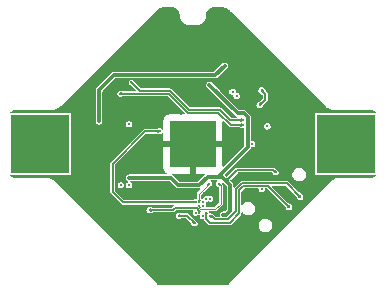
<source format=gbr>
%TF.GenerationSoftware,KiCad,Pcbnew,8.99.0-unknown-ce20689caf~181~ubuntu24.04.1*%
%TF.CreationDate,2024-12-05T10:04:36-05:00*%
%TF.ProjectId,nRF54L15_nPM2100_CR2032,6e524635-344c-4313-955f-6e504d323130,rev?*%
%TF.SameCoordinates,Original*%
%TF.FileFunction,Copper,L4,Bot*%
%TF.FilePolarity,Positive*%
%FSLAX46Y46*%
G04 Gerber Fmt 4.6, Leading zero omitted, Abs format (unit mm)*
G04 Created by KiCad (PCBNEW 8.99.0-unknown-ce20689caf~181~ubuntu24.04.1) date 2024-12-05 10:04:36*
%MOMM*%
%LPD*%
G01*
G04 APERTURE LIST*
%TA.AperFunction,SMDPad,CuDef*%
%ADD10R,5.000000X5.000000*%
%TD*%
%TA.AperFunction,SMDPad,CuDef*%
%ADD11R,4.000000X4.000000*%
%TD*%
%TA.AperFunction,ViaPad*%
%ADD12C,0.300000*%
%TD*%
%TA.AperFunction,ViaPad*%
%ADD13C,0.250000*%
%TD*%
%TA.AperFunction,ViaPad*%
%ADD14C,0.600000*%
%TD*%
%TA.AperFunction,Conductor*%
%ADD15C,0.150000*%
%TD*%
%TA.AperFunction,Conductor*%
%ADD16C,0.300000*%
%TD*%
%TA.AperFunction,Conductor*%
%ADD17C,0.100000*%
%TD*%
G04 APERTURE END LIST*
D10*
%TO.P,BT1,1,+*%
%TO.N,Net-(BT1-+)*%
X202950000Y-55000000D03*
X177050000Y-55000000D03*
D11*
%TO.P,BT1,2,-*%
%TO.N,GND*%
X190000000Y-55000000D03*
%TD*%
D12*
%TO.N,GND*%
X189000000Y-65000000D03*
X189450000Y-66720000D03*
X189440000Y-57830000D03*
X181400000Y-54150000D03*
X180500000Y-58500000D03*
X187500000Y-65000000D03*
X192000000Y-46000000D03*
X182500000Y-60000000D03*
X193861558Y-50077782D03*
X194000000Y-65000000D03*
X188000000Y-44000000D03*
D13*
X192670000Y-58650000D03*
X193930000Y-61520000D03*
D12*
X188000000Y-46000000D03*
X200000000Y-57000000D03*
D13*
X194560000Y-61330000D03*
X186106274Y-48326274D03*
D12*
X199100000Y-51950000D03*
X190000000Y-46000000D03*
D13*
X183204505Y-50111243D03*
D12*
X181400000Y-57050000D03*
X189000000Y-52500000D03*
X192000000Y-44000000D03*
X193033726Y-49286274D03*
X186000000Y-46000000D03*
X188000000Y-48000000D03*
D13*
X189130000Y-59673800D03*
D12*
X196138442Y-49922218D03*
D13*
X190930315Y-59120315D03*
X188440000Y-61713800D03*
X188140000Y-62760000D03*
D12*
X200000000Y-53000000D03*
X185000000Y-56000000D03*
X198000000Y-57000000D03*
D13*
X189130000Y-61713800D03*
X194440000Y-59080000D03*
X188130000Y-59640000D03*
D12*
X192000000Y-63000000D03*
X181400000Y-56050000D03*
X185000000Y-62500000D03*
D13*
X188120000Y-62210000D03*
D12*
X192000000Y-65000000D03*
X189000000Y-63000000D03*
D13*
X195380000Y-59370000D03*
D12*
X180500000Y-51500000D03*
X194000000Y-64000000D03*
D13*
X190542199Y-61119005D03*
D12*
X190190000Y-65370000D03*
X196626274Y-49206274D03*
X183560000Y-53320000D03*
X192000000Y-66000000D03*
X200000000Y-55000000D03*
D13*
X189860000Y-58813800D03*
D14*
X190000000Y-55000000D03*
D13*
X192557697Y-60350000D03*
X192050000Y-59590000D03*
D12*
X190000000Y-48000000D03*
X186000000Y-55000000D03*
X194568665Y-50784889D03*
X189000000Y-64000000D03*
X192000000Y-64000000D03*
X186075000Y-52775000D03*
X196000000Y-53000000D03*
X189000000Y-66000000D03*
X181410000Y-53080000D03*
X192000000Y-48000000D03*
X194530198Y-49176645D03*
X194000000Y-63000000D03*
X195083726Y-47633726D03*
D13*
X187730000Y-61703800D03*
D12*
X190190000Y-63570000D03*
X190000000Y-50000000D03*
X199100000Y-55000000D03*
D13*
%TO.N,Net-(U1-DECA)*%
X190150000Y-61720000D03*
X188780000Y-61073800D03*
D12*
%TO.N,Net-(BT1-+)*%
X177050000Y-55100000D03*
%TO.N,/INT2*%
X195650000Y-51700000D03*
X195823355Y-50469802D03*
%TO.N,/VDD_LS*%
X182050000Y-53080000D03*
X192690000Y-48370000D03*
X184159099Y-49156649D03*
%TO.N,VDD*%
X190500000Y-58460000D03*
D13*
X197000000Y-57400000D03*
D12*
X184590000Y-57850000D03*
X192557697Y-60990000D03*
X191400000Y-50000000D03*
D13*
%TO.N,Net-(J1-SWDIO)*%
X191443000Y-61118200D03*
D12*
X199080000Y-59480000D03*
%TO.N,Net-(J1-SWCLK)*%
X198140000Y-60340000D03*
D13*
X191143000Y-60818200D03*
%TO.N,Net-(J1-~{RESET})*%
X195810000Y-58850000D03*
X190843000Y-61118200D03*
%TO.N,Net-(U1-P1.00)*%
X192192500Y-58363800D03*
X190542873Y-60219001D03*
%TO.N,Net-(U1-P1.01)*%
X190542197Y-59918200D03*
X191367500Y-58363800D03*
%TO.N,/SDA*%
X190843000Y-59918200D03*
D12*
X193700000Y-50940000D03*
X183890000Y-58490000D03*
D13*
%TO.N,/SCL*%
X190843675Y-60219003D03*
D12*
X184590000Y-58490000D03*
X193350000Y-50570000D03*
D13*
%TO.N,/UART_TX*%
X191142197Y-59618200D03*
D12*
X195000000Y-55000000D03*
%TO.N,/UART_RX*%
X196300000Y-53500000D03*
D13*
X191443000Y-59618200D03*
%TO.N,/LED*%
X190242289Y-60810800D03*
D12*
X184580000Y-53320000D03*
D13*
%TO.N,/PDM_DATA*%
X184795495Y-49793045D03*
D12*
X194200000Y-52970000D03*
D13*
%TO.N,/PDM_CLK*%
X183840901Y-50747639D03*
D12*
X194195000Y-53395000D03*
D13*
%TO.N,/BUTTON0*%
X190241394Y-59918200D03*
D12*
X187170000Y-53925000D03*
D13*
%TO.N,/LSW*%
X190543000Y-60818200D03*
D12*
X186340000Y-60590000D03*
%TD*%
D15*
%TO.N,Net-(U1-DECA)*%
X189503800Y-61073800D02*
X188780000Y-61073800D01*
X190150000Y-61720000D02*
X189503800Y-61073800D01*
%TO.N,/INT2*%
X196110000Y-51240000D02*
X195650000Y-51700000D01*
X196110000Y-50920000D02*
X196110000Y-51240000D01*
X195823355Y-50469802D02*
X196110000Y-50756447D01*
X196110000Y-50756447D02*
X196110000Y-50920000D01*
D16*
%TO.N,/VDD_LS*%
X182050000Y-53080000D02*
X182050000Y-50430000D01*
X192690000Y-48370000D02*
X191903351Y-49156649D01*
X191903351Y-49156649D02*
X184159099Y-49156649D01*
X183323351Y-49156649D02*
X184159099Y-49156649D01*
X182050000Y-50430000D02*
X183323351Y-49156649D01*
D15*
%TO.N,VDD*%
X197000000Y-57400000D02*
X196810000Y-57210000D01*
D16*
X192665000Y-57995000D02*
X192805000Y-58135000D01*
X190550000Y-58460000D02*
X191240000Y-57770000D01*
X192980000Y-58310000D02*
X193140000Y-58470000D01*
X191240000Y-57770000D02*
X192100000Y-57770000D01*
D15*
X192975000Y-57965000D02*
X192975000Y-58305000D01*
D16*
X192400000Y-57770000D02*
X192440000Y-57770000D01*
X193140000Y-58470000D02*
X193140000Y-60680000D01*
X188140000Y-57850000D02*
X188750000Y-58460000D01*
X190500000Y-58460000D02*
X190550000Y-58460000D01*
X192100000Y-57770000D02*
X192130000Y-57770000D01*
X194620800Y-52714693D02*
X194620800Y-55279200D01*
X193140000Y-60680000D02*
X192830000Y-60990000D01*
X192100000Y-57770000D02*
X192400000Y-57770000D01*
X192130000Y-57770000D02*
X192400000Y-57500000D01*
X191400000Y-50000000D02*
X193810000Y-52410000D01*
X192830000Y-60990000D02*
X192557697Y-60990000D01*
D15*
X193730000Y-57210000D02*
X192975000Y-57965000D01*
X192975000Y-58305000D02*
X192980000Y-58310000D01*
X192945000Y-57995000D02*
X192665000Y-57995000D01*
D16*
X193810000Y-52410000D02*
X194316107Y-52410000D01*
D15*
X196810000Y-57210000D02*
X193730000Y-57210000D01*
X192975000Y-57965000D02*
X192805000Y-58135000D01*
D16*
X192400000Y-57500000D02*
X192400000Y-57770000D01*
X184590000Y-57850000D02*
X188140000Y-57850000D01*
X188750000Y-58460000D02*
X190500000Y-58460000D01*
X194620800Y-55279200D02*
X192400000Y-57500000D01*
D15*
X192975000Y-57965000D02*
X192945000Y-57995000D01*
D16*
X192805000Y-58135000D02*
X192980000Y-58310000D01*
X192440000Y-57770000D02*
X192665000Y-57995000D01*
X194316107Y-52410000D02*
X194620800Y-52714693D01*
D15*
%TO.N,Net-(J1-SWDIO)*%
X191850000Y-61390000D02*
X192970000Y-61390000D01*
X194160000Y-58330000D02*
X197930000Y-58330000D01*
X192970000Y-61390000D02*
X193670000Y-60690000D01*
X191590000Y-61130000D02*
X191850000Y-61390000D01*
X197930000Y-58330000D02*
X199080000Y-59480000D01*
X193670000Y-60690000D02*
X193670000Y-58820000D01*
X193670000Y-58820000D02*
X194160000Y-58330000D01*
X191443000Y-61118200D02*
X191454800Y-61130000D01*
X191454800Y-61130000D02*
X191590000Y-61130000D01*
%TO.N,Net-(J1-SWCLK)*%
X191143000Y-60818200D02*
X191130000Y-60831200D01*
X193900000Y-58920000D02*
X194260000Y-58560000D01*
X193900000Y-60870000D02*
X193900000Y-58920000D01*
X193120000Y-61650000D02*
X193900000Y-60870000D01*
X191130000Y-61360000D02*
X191420000Y-61650000D01*
X191420000Y-61650000D02*
X193120000Y-61650000D01*
X196360000Y-58560000D02*
X198140000Y-60340000D01*
X194260000Y-58560000D02*
X196360000Y-58560000D01*
X191130000Y-60831200D02*
X191130000Y-61360000D01*
D17*
%TO.N,Net-(U1-P1.00)*%
X190604064Y-60464031D02*
X190620032Y-60480000D01*
X190542873Y-60219001D02*
X190542873Y-60402841D01*
X192340000Y-60040000D02*
X192340000Y-58511300D01*
X190604063Y-60464031D02*
X190604064Y-60464031D01*
X192340000Y-58511300D02*
X192192500Y-58363800D01*
X191900000Y-60480000D02*
X192340000Y-60040000D01*
X190542873Y-60402841D02*
X190604063Y-60464031D01*
X190620032Y-60480000D02*
X191900000Y-60480000D01*
%TO.N,Net-(U1-P1.01)*%
X190542197Y-59918200D02*
X190530000Y-59906003D01*
X190530000Y-59201300D02*
X191367500Y-58363800D01*
X190530000Y-59906003D02*
X190530000Y-59201300D01*
D15*
%TO.N,/PDM_DATA*%
X192280000Y-52100000D02*
X189660000Y-52100000D01*
X194200000Y-52970000D02*
X193150000Y-52970000D01*
X189660000Y-52100000D02*
X188050000Y-50490000D01*
X193150000Y-52970000D02*
X192280000Y-52100000D01*
X188050000Y-50490000D02*
X185492450Y-50490000D01*
X185492450Y-50490000D02*
X184795495Y-49793045D01*
%TO.N,/PDM_CLK*%
X183840901Y-50747639D02*
X187947639Y-50747639D01*
X187947639Y-50747639D02*
X189550000Y-52350000D01*
X189550000Y-52350000D02*
X192150000Y-52350000D01*
X192150000Y-52350000D02*
X193195000Y-53395000D01*
X193195000Y-53395000D02*
X194195000Y-53395000D01*
%TO.N,/BUTTON0*%
X190241394Y-59918200D02*
X190228894Y-59918200D01*
X190217094Y-59930000D02*
X184090000Y-59930000D01*
X185935000Y-53925000D02*
X187170000Y-53925000D01*
X184090000Y-59930000D02*
X183190000Y-59030000D01*
X183190000Y-59030000D02*
X183190000Y-56670000D01*
X183190000Y-56670000D02*
X185935000Y-53925000D01*
X190228894Y-59918200D02*
X190217094Y-59930000D01*
%TO.N,/LSW*%
X190543000Y-60818200D02*
X190530831Y-60806031D01*
X190530831Y-60806031D02*
X190530831Y-60640831D01*
X190530831Y-60640831D02*
X190300000Y-60410000D01*
X188460000Y-60410000D02*
X188280000Y-60590000D01*
X190300000Y-60410000D02*
X188460000Y-60410000D01*
X188280000Y-60590000D02*
X186340000Y-60590000D01*
%TD*%
%TA.AperFunction,Conductor*%
%TO.N,GND*%
G36*
X192542424Y-58269884D02*
G01*
X192559486Y-58281931D01*
X192582944Y-58305389D01*
X192757942Y-58480387D01*
X192757944Y-58480389D01*
X192810055Y-58532500D01*
X192844487Y-58566931D01*
X192862500Y-58610418D01*
X192862500Y-60539581D01*
X192844487Y-60583068D01*
X192733068Y-60694487D01*
X192689581Y-60712500D01*
X192521161Y-60712500D01*
X192450590Y-60731409D01*
X192450585Y-60731411D01*
X192387309Y-60767943D01*
X192387304Y-60767947D01*
X192335644Y-60819607D01*
X192335640Y-60819612D01*
X192299108Y-60882888D01*
X192299106Y-60882893D01*
X192280197Y-60953463D01*
X192280197Y-61026536D01*
X192299106Y-61097106D01*
X192300651Y-61100835D01*
X192298867Y-61101573D01*
X192304177Y-61141920D01*
X192275521Y-61179262D01*
X192244773Y-61187500D01*
X191959353Y-61187500D01*
X191915866Y-61169487D01*
X191704705Y-60958327D01*
X191630278Y-60927498D01*
X191629397Y-60927323D01*
X191607803Y-60918518D01*
X191607502Y-60918322D01*
X191595339Y-60910252D01*
X191594764Y-60910014D01*
X191591900Y-60908146D01*
X191591260Y-60907211D01*
X191591065Y-60907505D01*
X191586032Y-60904141D01*
X191493225Y-60865700D01*
X191457000Y-60865700D01*
X191413513Y-60847687D01*
X191396458Y-60815014D01*
X191395500Y-60809650D01*
X191395500Y-60767975D01*
X191382411Y-60736375D01*
X191381239Y-60729814D01*
X191384962Y-60712841D01*
X191384962Y-60695466D01*
X191389845Y-60690582D01*
X191391325Y-60683837D01*
X191405959Y-60674468D01*
X191418245Y-60662182D01*
X191428262Y-60660189D01*
X191430967Y-60658458D01*
X191433819Y-60659083D01*
X191441781Y-60657500D01*
X191935306Y-60657500D01*
X191935307Y-60657500D01*
X191991171Y-60634360D01*
X192000546Y-60630477D01*
X192490477Y-60140546D01*
X192509053Y-60095699D01*
X192517500Y-60075307D01*
X192517500Y-58475993D01*
X192508169Y-58453466D01*
X192490478Y-58410755D01*
X192479157Y-58399434D01*
X192474839Y-58391303D01*
X192474556Y-58388352D01*
X192471201Y-58383040D01*
X192471147Y-58382889D01*
X192458046Y-58346001D01*
X192460465Y-58298993D01*
X192495416Y-58267465D01*
X192542424Y-58269884D01*
G37*
%TD.AperFunction*%
%TA.AperFunction,Conductor*%
G36*
X192046724Y-58065513D02*
G01*
X192064737Y-58109000D01*
X192046724Y-58152487D01*
X191978441Y-58220769D01*
X191940000Y-58313574D01*
X191940000Y-58414025D01*
X191978441Y-58506830D01*
X192049468Y-58577858D01*
X192049469Y-58577858D01*
X192049470Y-58577859D01*
X192058969Y-58581793D01*
X192064169Y-58584237D01*
X192068788Y-58586677D01*
X192076205Y-58592383D01*
X192129019Y-58618503D01*
X192129732Y-58618880D01*
X192144266Y-58636418D01*
X192159259Y-58653554D01*
X192159455Y-58654748D01*
X192159766Y-58655123D01*
X192159675Y-58656087D01*
X192162500Y-58673256D01*
X192162500Y-59941003D01*
X192144487Y-59984490D01*
X191844490Y-60284487D01*
X191801003Y-60302500D01*
X191157675Y-60302500D01*
X191114188Y-60284487D01*
X191096175Y-60241000D01*
X191096175Y-60168778D01*
X191064091Y-60091320D01*
X191064091Y-60044253D01*
X191095500Y-59968425D01*
X191095500Y-59932200D01*
X191113513Y-59888713D01*
X191157000Y-59870700D01*
X191192421Y-59870700D01*
X191192422Y-59870700D01*
X191269063Y-59838953D01*
X191316131Y-59838953D01*
X191316132Y-59838954D01*
X191392769Y-59870698D01*
X191392772Y-59870699D01*
X191392775Y-59870700D01*
X191392776Y-59870700D01*
X191493224Y-59870700D01*
X191493225Y-59870700D01*
X191586030Y-59832259D01*
X191657059Y-59761230D01*
X191695500Y-59668425D01*
X191695500Y-59567975D01*
X191657059Y-59475170D01*
X191586030Y-59404141D01*
X191493225Y-59365700D01*
X191392775Y-59365700D01*
X191392774Y-59365700D01*
X191316133Y-59397446D01*
X191269064Y-59397446D01*
X191192422Y-59365700D01*
X191091972Y-59365700D01*
X191091971Y-59365700D01*
X190999166Y-59404141D01*
X190928138Y-59475169D01*
X190889697Y-59567974D01*
X190889697Y-59604200D01*
X190881565Y-59623829D01*
X190875043Y-59644046D01*
X190872753Y-59645104D01*
X190871684Y-59647687D01*
X190833147Y-59665500D01*
X190830670Y-59665700D01*
X190792775Y-59665700D01*
X190783598Y-59669500D01*
X190773950Y-59670280D01*
X190760059Y-59665797D01*
X190745462Y-59665797D01*
X190738510Y-59658845D01*
X190729154Y-59655826D01*
X190722501Y-59642834D01*
X190712180Y-59632512D01*
X190708982Y-59616434D01*
X190707700Y-59613930D01*
X190708185Y-59612425D01*
X190707500Y-59608980D01*
X190707500Y-59300296D01*
X190725512Y-59256810D01*
X191285317Y-58697004D01*
X191300895Y-58685689D01*
X191485420Y-58591738D01*
X191491802Y-58588265D01*
X191492917Y-58587618D01*
X191492923Y-58587612D01*
X191494355Y-58586551D01*
X191507448Y-58579135D01*
X191510530Y-58577859D01*
X191581559Y-58506830D01*
X191620000Y-58414025D01*
X191620000Y-58313575D01*
X191581559Y-58220770D01*
X191513276Y-58152487D01*
X191495263Y-58109000D01*
X191513276Y-58065513D01*
X191556763Y-58047500D01*
X192003237Y-58047500D01*
X192046724Y-58065513D01*
G37*
%TD.AperFunction*%
%TA.AperFunction,Conductor*%
G36*
X192604987Y-53091365D02*
G01*
X193080294Y-53566672D01*
X193154714Y-53597498D01*
X193154717Y-53597499D01*
X193154720Y-53597500D01*
X193853649Y-53597500D01*
X193869638Y-53599615D01*
X194047491Y-53647500D01*
X194119289Y-53666831D01*
X194123200Y-53667820D01*
X194123884Y-53667982D01*
X194135707Y-53668234D01*
X194150313Y-53670316D01*
X194158462Y-53672499D01*
X194158465Y-53672500D01*
X194158466Y-53672500D01*
X194231535Y-53672500D01*
X194242958Y-53669439D01*
X194265882Y-53663296D01*
X194312549Y-53669439D01*
X194341204Y-53706781D01*
X194343300Y-53722700D01*
X194343300Y-55138781D01*
X194325287Y-55182268D01*
X192604987Y-56902568D01*
X192561500Y-56920581D01*
X192518013Y-56902568D01*
X192500000Y-56859081D01*
X192500000Y-55250000D01*
X190250000Y-55250000D01*
X190250000Y-57500000D01*
X190969081Y-57500000D01*
X191012568Y-57518013D01*
X191030581Y-57561500D01*
X191012568Y-57604987D01*
X190453068Y-58164487D01*
X190409581Y-58182500D01*
X188890418Y-58182500D01*
X188846931Y-58164487D01*
X188582738Y-57900294D01*
X188310389Y-57627944D01*
X188287553Y-57614759D01*
X188258900Y-57577418D01*
X188265043Y-57530750D01*
X188302386Y-57502096D01*
X188318304Y-57500000D01*
X189750000Y-57500000D01*
X189750000Y-55250000D01*
X187500000Y-55250000D01*
X187500000Y-57047825D01*
X187506403Y-57107380D01*
X187556646Y-57242086D01*
X187556648Y-57242091D01*
X187642811Y-57357188D01*
X187757908Y-57443351D01*
X187757913Y-57443353D01*
X187784789Y-57453378D01*
X187819239Y-57485452D01*
X187820919Y-57532492D01*
X187788845Y-57566942D01*
X187763297Y-57572500D01*
X184553464Y-57572500D01*
X184482893Y-57591409D01*
X184482888Y-57591411D01*
X184419612Y-57627943D01*
X184419607Y-57627947D01*
X184367947Y-57679607D01*
X184367943Y-57679612D01*
X184331411Y-57742888D01*
X184331409Y-57742893D01*
X184312500Y-57813463D01*
X184312500Y-57886536D01*
X184331409Y-57957106D01*
X184331411Y-57957111D01*
X184367944Y-58020389D01*
X184419611Y-58072056D01*
X184482889Y-58108589D01*
X184482893Y-58108590D01*
X184490378Y-58110596D01*
X184527721Y-58139251D01*
X184533864Y-58185918D01*
X184505209Y-58223261D01*
X184490378Y-58229404D01*
X184482893Y-58231409D01*
X184482888Y-58231411D01*
X184419612Y-58267943D01*
X184419607Y-58267947D01*
X184367947Y-58319607D01*
X184367943Y-58319612D01*
X184331411Y-58382888D01*
X184331409Y-58382893D01*
X184312500Y-58453463D01*
X184312500Y-58526536D01*
X184331409Y-58597106D01*
X184331411Y-58597111D01*
X184367944Y-58660389D01*
X184419611Y-58712056D01*
X184482889Y-58748589D01*
X184482893Y-58748590D01*
X184553464Y-58767500D01*
X184553466Y-58767500D01*
X184626535Y-58767500D01*
X184674457Y-58754659D01*
X184697111Y-58748589D01*
X184760389Y-58712056D01*
X184812056Y-58660389D01*
X184848589Y-58597111D01*
X184861075Y-58550513D01*
X184867500Y-58526536D01*
X184867500Y-58453463D01*
X184848590Y-58382893D01*
X184848589Y-58382889D01*
X184812056Y-58319611D01*
X184760389Y-58267944D01*
X184715902Y-58242259D01*
X184687249Y-58204918D01*
X184693392Y-58158250D01*
X184730735Y-58129596D01*
X184746653Y-58127500D01*
X187999581Y-58127500D01*
X188043068Y-58145513D01*
X188525791Y-58628235D01*
X188525796Y-58628241D01*
X188527944Y-58630389D01*
X188579611Y-58682056D01*
X188642889Y-58718589D01*
X188642893Y-58718590D01*
X188713464Y-58737500D01*
X188713466Y-58737500D01*
X190463466Y-58737500D01*
X190513462Y-58737500D01*
X190513466Y-58737501D01*
X190586534Y-58737501D01*
X190588498Y-58736974D01*
X190594458Y-58736935D01*
X190612980Y-58744463D01*
X190632299Y-58749637D01*
X190634320Y-58753137D01*
X190638064Y-58754659D01*
X190645838Y-58773080D01*
X190655840Y-58790398D01*
X190654794Y-58794301D01*
X190656366Y-58798025D01*
X190648837Y-58816547D01*
X190643664Y-58835866D01*
X190638671Y-58841559D01*
X190638642Y-58841631D01*
X190638588Y-58841653D01*
X190638354Y-58841921D01*
X190379522Y-59100754D01*
X190374841Y-59112056D01*
X190374841Y-59112058D01*
X190352500Y-59165989D01*
X190352500Y-59604200D01*
X190343947Y-59624846D01*
X190336265Y-59645834D01*
X190335030Y-59646376D01*
X190334487Y-59647687D01*
X190293568Y-59665646D01*
X190291679Y-59665724D01*
X190291619Y-59665700D01*
X190191169Y-59665700D01*
X190180463Y-59670134D01*
X190170979Y-59670739D01*
X190170851Y-59670772D01*
X190170848Y-59670773D01*
X190025368Y-59709487D01*
X189968413Y-59724643D01*
X189968411Y-59724643D01*
X189966460Y-59725163D01*
X189966359Y-59724785D01*
X189949849Y-59727500D01*
X184199352Y-59727500D01*
X184155865Y-59709487D01*
X183410513Y-58964135D01*
X183392500Y-58920648D01*
X183392500Y-58453463D01*
X183612500Y-58453463D01*
X183612500Y-58526536D01*
X183631409Y-58597106D01*
X183631411Y-58597111D01*
X183667944Y-58660389D01*
X183719611Y-58712056D01*
X183782889Y-58748589D01*
X183782893Y-58748590D01*
X183853464Y-58767500D01*
X183853466Y-58767500D01*
X183926535Y-58767500D01*
X183974457Y-58754659D01*
X183997111Y-58748589D01*
X184060389Y-58712056D01*
X184112056Y-58660389D01*
X184148589Y-58597111D01*
X184161075Y-58550513D01*
X184167500Y-58526536D01*
X184167500Y-58453463D01*
X184148590Y-58382893D01*
X184148589Y-58382889D01*
X184112056Y-58319611D01*
X184060389Y-58267944D01*
X183997111Y-58231411D01*
X183997106Y-58231409D01*
X183926536Y-58212500D01*
X183926534Y-58212500D01*
X183853466Y-58212500D01*
X183853464Y-58212500D01*
X183782893Y-58231409D01*
X183782888Y-58231411D01*
X183719612Y-58267943D01*
X183719607Y-58267947D01*
X183667947Y-58319607D01*
X183667943Y-58319612D01*
X183631411Y-58382888D01*
X183631409Y-58382893D01*
X183612500Y-58453463D01*
X183392500Y-58453463D01*
X183392500Y-56779352D01*
X183410513Y-56735865D01*
X186000865Y-54145513D01*
X186044352Y-54127500D01*
X186828649Y-54127500D01*
X186844638Y-54129615D01*
X187033825Y-54180551D01*
X187094289Y-54196831D01*
X187098200Y-54197820D01*
X187098884Y-54197982D01*
X187110707Y-54198234D01*
X187125313Y-54200316D01*
X187133462Y-54202499D01*
X187133465Y-54202500D01*
X187133466Y-54202500D01*
X187206535Y-54202500D01*
X187237651Y-54194162D01*
X187277111Y-54183589D01*
X187340389Y-54147056D01*
X187392056Y-54095389D01*
X187392056Y-54095388D01*
X187394906Y-54092539D01*
X187396770Y-54094403D01*
X187430356Y-54074928D01*
X187475845Y-54087023D01*
X187499458Y-54127742D01*
X187500000Y-54135886D01*
X187500000Y-54750000D01*
X192500000Y-54750000D01*
X192500000Y-53134852D01*
X192518013Y-53091365D01*
X192561500Y-53073352D01*
X192604987Y-53091365D01*
G37*
%TD.AperFunction*%
%TA.AperFunction,Conductor*%
G36*
X188253435Y-43420780D02*
G01*
X188381632Y-43435224D01*
X188395058Y-43438288D01*
X188421480Y-43447533D01*
X188513558Y-43479753D01*
X188525954Y-43485722D01*
X188632259Y-43552517D01*
X188643026Y-43561104D01*
X188731795Y-43649872D01*
X188740381Y-43660639D01*
X188807170Y-43766931D01*
X188813145Y-43779337D01*
X188815804Y-43786936D01*
X188854609Y-43897835D01*
X188857673Y-43911260D01*
X188872113Y-44039396D01*
X188872500Y-44046283D01*
X188872500Y-44136429D01*
X188906220Y-44305950D01*
X188906222Y-44305958D01*
X188972370Y-44465654D01*
X188972374Y-44465661D01*
X189068395Y-44609367D01*
X189068400Y-44609373D01*
X189190626Y-44731599D01*
X189190632Y-44731604D01*
X189334338Y-44827625D01*
X189334345Y-44827629D01*
X189334348Y-44827631D01*
X189494043Y-44893778D01*
X189663570Y-44927499D01*
X189663571Y-44927500D01*
X189663574Y-44927500D01*
X190336429Y-44927500D01*
X190336429Y-44927499D01*
X190505957Y-44893778D01*
X190665652Y-44827631D01*
X190809374Y-44731599D01*
X190931599Y-44609374D01*
X191027631Y-44465652D01*
X191093778Y-44305957D01*
X191127499Y-44136429D01*
X191127500Y-44136429D01*
X191127500Y-44046343D01*
X191127887Y-44039457D01*
X191129978Y-44020899D01*
X191142332Y-43911258D01*
X191145393Y-43897844D01*
X191186864Y-43779333D01*
X191192833Y-43766939D01*
X191259628Y-43660637D01*
X191268205Y-43649881D01*
X191356984Y-43561104D01*
X191367740Y-43552525D01*
X191474054Y-43485725D01*
X191486440Y-43479760D01*
X191604943Y-43438294D01*
X191618369Y-43435231D01*
X191746630Y-43420780D01*
X191753516Y-43420393D01*
X191779101Y-43420393D01*
X192435366Y-43420393D01*
X192435368Y-43420394D01*
X192462049Y-43420393D01*
X192466871Y-43420582D01*
X192596133Y-43430752D01*
X192605658Y-43432261D01*
X192729376Y-43461964D01*
X192738542Y-43464942D01*
X192856092Y-43513639D01*
X192864687Y-43518019D01*
X192973156Y-43584499D01*
X192980965Y-43590173D01*
X193079861Y-43674655D01*
X193083401Y-43677928D01*
X193085212Y-43679739D01*
X193101981Y-43696512D01*
X193101987Y-43696513D01*
X193107535Y-43702061D01*
X201224906Y-51819432D01*
X201225116Y-51819603D01*
X201265494Y-51859986D01*
X201371073Y-51936703D01*
X201409054Y-51964302D01*
X201409066Y-51964310D01*
X201409068Y-51964311D01*
X201409073Y-51964314D01*
X201567194Y-52044888D01*
X201567198Y-52044889D01*
X201735977Y-52099734D01*
X201911264Y-52127499D01*
X201962404Y-52127499D01*
X201962408Y-52127500D01*
X201974639Y-52127500D01*
X202000000Y-52127500D01*
X202029101Y-52127500D01*
X204970899Y-52127500D01*
X204996977Y-52127500D01*
X205003005Y-52127796D01*
X205164190Y-52143671D01*
X205176010Y-52146022D01*
X205328098Y-52192157D01*
X205339229Y-52196768D01*
X205428898Y-52244697D01*
X205451469Y-52256762D01*
X205481330Y-52293148D01*
X205476716Y-52339991D01*
X205440330Y-52369852D01*
X205422478Y-52372500D01*
X200437441Y-52372500D01*
X200400252Y-52379898D01*
X200358078Y-52408078D01*
X200329898Y-52450252D01*
X200326399Y-52467844D01*
X200322500Y-52487442D01*
X200322500Y-57512558D01*
X200329898Y-57549748D01*
X200358078Y-57591922D01*
X200400252Y-57620102D01*
X200431270Y-57626272D01*
X200437441Y-57627500D01*
X205422478Y-57627500D01*
X205465965Y-57645513D01*
X205483978Y-57689000D01*
X205465965Y-57732487D01*
X205451469Y-57743238D01*
X205339233Y-57803229D01*
X205328094Y-57807843D01*
X205176012Y-57853976D01*
X205164188Y-57856328D01*
X205003005Y-57872204D01*
X204996977Y-57872500D01*
X202383067Y-57872500D01*
X202382676Y-57872537D01*
X202325474Y-57872537D01*
X202150201Y-57900293D01*
X201981416Y-57955127D01*
X201981409Y-57955130D01*
X201823290Y-58035685D01*
X201679708Y-58139989D01*
X201679699Y-58139996D01*
X201638397Y-58181292D01*
X201634885Y-58184803D01*
X201634884Y-58184804D01*
X201620244Y-58199444D01*
X201616958Y-58202730D01*
X201598715Y-58220968D01*
X201592880Y-58226803D01*
X201592865Y-58226821D01*
X197372197Y-62447490D01*
X193223314Y-66596373D01*
X193223313Y-66596374D01*
X193221030Y-66598657D01*
X193220746Y-66598941D01*
X193220722Y-66598950D01*
X193139982Y-66679693D01*
X193035669Y-66823272D01*
X193035667Y-66823275D01*
X192988209Y-66916420D01*
X192952417Y-66946990D01*
X192933412Y-66950000D01*
X187066557Y-66950000D01*
X187023070Y-66931987D01*
X187011759Y-66916417D01*
X186964316Y-66823292D01*
X186955332Y-66810925D01*
X186860010Y-66679707D01*
X186838294Y-66657988D01*
X186821109Y-66640800D01*
X186821109Y-66640801D01*
X186815197Y-66634888D01*
X186815196Y-66634884D01*
X186794937Y-66614625D01*
X186794673Y-66614361D01*
X186772563Y-66592246D01*
X186772534Y-66592222D01*
X181203887Y-61023575D01*
X188527500Y-61023575D01*
X188527500Y-61124025D01*
X188565941Y-61216830D01*
X188636970Y-61287859D01*
X188729775Y-61326300D01*
X188729776Y-61326300D01*
X188830225Y-61326300D01*
X188836166Y-61325118D01*
X188836212Y-61325352D01*
X188840587Y-61324224D01*
X188840574Y-61324159D01*
X188842111Y-61323831D01*
X188843089Y-61323579D01*
X188843522Y-61323530D01*
X188843526Y-61323529D01*
X188843529Y-61323529D01*
X189045971Y-61280360D01*
X189046200Y-61280275D01*
X189046643Y-61280112D01*
X189047124Y-61280025D01*
X189048101Y-61279743D01*
X189048130Y-61279845D01*
X189067958Y-61276300D01*
X189394448Y-61276300D01*
X189437934Y-61294312D01*
X189642112Y-61498491D01*
X189803108Y-61659487D01*
X189813777Y-61675677D01*
X189814485Y-61675312D01*
X189815867Y-61677985D01*
X189815869Y-61677990D01*
X189868140Y-61758597D01*
X189928526Y-61851716D01*
X189928715Y-61851951D01*
X189929083Y-61852573D01*
X189930198Y-61854293D01*
X189930126Y-61854339D01*
X189932368Y-61858131D01*
X189932575Y-61857993D01*
X189935941Y-61863030D01*
X190006970Y-61934059D01*
X190099775Y-61972500D01*
X190099776Y-61972500D01*
X190200224Y-61972500D01*
X190200225Y-61972500D01*
X190293030Y-61934059D01*
X190364059Y-61863030D01*
X190402500Y-61770225D01*
X190402500Y-61669775D01*
X190364059Y-61576970D01*
X190293030Y-61505941D01*
X190287993Y-61502575D01*
X190288124Y-61502378D01*
X190284231Y-61500080D01*
X190284196Y-61500135D01*
X190282905Y-61499298D01*
X190282014Y-61498772D01*
X190281665Y-61498494D01*
X190281662Y-61498491D01*
X190107990Y-61385869D01*
X190107332Y-61385566D01*
X190106927Y-61385284D01*
X190106057Y-61384805D01*
X190106107Y-61384713D01*
X190089570Y-61373192D01*
X189618505Y-60902127D01*
X189544085Y-60871301D01*
X189544080Y-60871300D01*
X189544079Y-60871300D01*
X189068083Y-60871300D01*
X189049097Y-60867388D01*
X189048854Y-60868155D01*
X189045979Y-60867239D01*
X188900888Y-60836300D01*
X188843461Y-60824055D01*
X188843459Y-60824054D01*
X188843455Y-60824054D01*
X188843155Y-60824021D01*
X188842452Y-60823840D01*
X188840462Y-60823416D01*
X188840479Y-60823333D01*
X188836216Y-60822237D01*
X188836168Y-60822482D01*
X188830225Y-60821300D01*
X188729775Y-60821300D01*
X188729774Y-60821300D01*
X188636969Y-60859741D01*
X188565941Y-60930769D01*
X188532854Y-61010650D01*
X188527500Y-61023575D01*
X181203887Y-61023575D01*
X178412273Y-58231961D01*
X178401064Y-58220750D01*
X178401054Y-58220727D01*
X178320306Y-58139982D01*
X178250933Y-58089581D01*
X178176728Y-58035669D01*
X178176725Y-58035667D01*
X178018593Y-57955098D01*
X177849811Y-57900260D01*
X177732950Y-57881752D01*
X177674521Y-57872499D01*
X177674520Y-57872499D01*
X177585784Y-57872500D01*
X175003023Y-57872500D01*
X174996995Y-57872204D01*
X174835811Y-57856328D01*
X174823987Y-57853976D01*
X174671905Y-57807843D01*
X174660766Y-57803229D01*
X174548531Y-57743238D01*
X174518670Y-57706852D01*
X174523284Y-57660009D01*
X174559670Y-57630148D01*
X174577522Y-57627500D01*
X179562559Y-57627500D01*
X179567851Y-57626447D01*
X179599748Y-57620102D01*
X179641922Y-57591922D01*
X179670102Y-57549748D01*
X179677500Y-57512558D01*
X179677500Y-52487442D01*
X179670102Y-52450252D01*
X179641922Y-52408078D01*
X179599748Y-52379898D01*
X179581153Y-52376199D01*
X179562559Y-52372500D01*
X179562558Y-52372500D01*
X174577522Y-52372500D01*
X174534035Y-52354487D01*
X174516022Y-52311000D01*
X174534035Y-52267513D01*
X174548531Y-52256762D01*
X174558942Y-52251196D01*
X174660773Y-52196766D01*
X174671897Y-52192159D01*
X174823991Y-52146022D01*
X174835807Y-52143671D01*
X174996995Y-52127796D01*
X175003023Y-52127500D01*
X175029101Y-52127500D01*
X177970906Y-52127500D01*
X177970912Y-52127503D01*
X178000013Y-52127500D01*
X178025361Y-52127500D01*
X178031714Y-52127500D01*
X178031902Y-52127479D01*
X178088744Y-52127476D01*
X178264020Y-52099706D01*
X178432797Y-52044866D01*
X178590920Y-51964307D01*
X178734500Y-51860011D01*
X178779322Y-51815199D01*
X178779330Y-51815196D01*
X178798804Y-51795722D01*
X178817831Y-51776701D01*
X178817831Y-51776700D01*
X178823205Y-51771328D01*
X178823233Y-51771291D01*
X180201061Y-50393463D01*
X181772499Y-50393463D01*
X181772499Y-50393465D01*
X181772499Y-50393466D01*
X181772499Y-50466534D01*
X181772499Y-50466536D01*
X181772500Y-50471492D01*
X181772500Y-53116536D01*
X181791409Y-53187106D01*
X181791411Y-53187110D01*
X181791411Y-53187111D01*
X181827944Y-53250389D01*
X181879611Y-53302056D01*
X181942889Y-53338589D01*
X181942893Y-53338590D01*
X182013464Y-53357500D01*
X182013466Y-53357500D01*
X182086535Y-53357500D01*
X182117651Y-53349162D01*
X182157111Y-53338589D01*
X182220389Y-53302056D01*
X182238982Y-53283463D01*
X184302500Y-53283463D01*
X184302500Y-53356536D01*
X184321409Y-53427106D01*
X184321411Y-53427111D01*
X184357944Y-53490389D01*
X184409611Y-53542056D01*
X184472889Y-53578589D01*
X184472893Y-53578590D01*
X184543464Y-53597500D01*
X184543466Y-53597500D01*
X184616535Y-53597500D01*
X184647651Y-53589162D01*
X184687111Y-53578589D01*
X184750389Y-53542056D01*
X184802056Y-53490389D01*
X184838589Y-53427111D01*
X184847759Y-53392888D01*
X184857500Y-53356536D01*
X184857500Y-53283463D01*
X184838590Y-53212893D01*
X184838589Y-53212889D01*
X184802056Y-53149611D01*
X184750389Y-53097944D01*
X184687111Y-53061411D01*
X184687106Y-53061409D01*
X184616536Y-53042500D01*
X184616534Y-53042500D01*
X184543466Y-53042500D01*
X184543464Y-53042500D01*
X184472893Y-53061409D01*
X184472888Y-53061411D01*
X184409612Y-53097943D01*
X184409607Y-53097947D01*
X184357947Y-53149607D01*
X184357943Y-53149612D01*
X184321411Y-53212888D01*
X184321409Y-53212893D01*
X184302500Y-53283463D01*
X182238982Y-53283463D01*
X182272056Y-53250389D01*
X182308589Y-53187111D01*
X182322592Y-53134852D01*
X182327500Y-53116536D01*
X182327500Y-50570418D01*
X182345513Y-50526931D01*
X183420282Y-49452162D01*
X183463769Y-49434149D01*
X184122565Y-49434149D01*
X184692950Y-49434149D01*
X184736437Y-49452162D01*
X184754450Y-49495649D01*
X184736437Y-49539136D01*
X184716485Y-49552468D01*
X184652464Y-49578986D01*
X184581436Y-49650014D01*
X184542995Y-49742819D01*
X184542995Y-49843270D01*
X184581436Y-49936075D01*
X184652464Y-50007104D01*
X184657498Y-50010467D01*
X184657365Y-50010664D01*
X184661262Y-50012963D01*
X184661298Y-50012909D01*
X184662582Y-50013742D01*
X184663481Y-50014272D01*
X184663827Y-50014548D01*
X184663832Y-50014553D01*
X184837504Y-50127175D01*
X184838153Y-50127473D01*
X184838553Y-50127752D01*
X184839437Y-50128239D01*
X184839385Y-50128332D01*
X184855923Y-50139851D01*
X185156224Y-50440152D01*
X185174237Y-50483639D01*
X185156224Y-50527126D01*
X185112737Y-50545139D01*
X184128984Y-50545139D01*
X184109998Y-50541227D01*
X184109755Y-50541994D01*
X184106880Y-50541078D01*
X183961789Y-50510139D01*
X183904362Y-50497894D01*
X183904360Y-50497893D01*
X183904356Y-50497893D01*
X183904056Y-50497860D01*
X183903353Y-50497679D01*
X183901363Y-50497255D01*
X183901380Y-50497172D01*
X183897117Y-50496076D01*
X183897069Y-50496321D01*
X183891126Y-50495139D01*
X183790676Y-50495139D01*
X183790675Y-50495139D01*
X183697870Y-50533580D01*
X183626842Y-50604608D01*
X183588695Y-50696705D01*
X183588401Y-50697414D01*
X183588401Y-50797864D01*
X183626842Y-50890669D01*
X183697871Y-50961698D01*
X183790676Y-51000139D01*
X183790677Y-51000139D01*
X183891126Y-51000139D01*
X183897067Y-50998957D01*
X183897113Y-50999191D01*
X183901488Y-50998063D01*
X183901475Y-50997998D01*
X183903012Y-50997670D01*
X183903990Y-50997418D01*
X183904423Y-50997369D01*
X183904427Y-50997368D01*
X183904430Y-50997368D01*
X184106872Y-50954199D01*
X184107101Y-50954114D01*
X184107544Y-50953951D01*
X184108025Y-50953864D01*
X184109002Y-50953582D01*
X184109031Y-50953684D01*
X184128859Y-50950139D01*
X187838287Y-50950139D01*
X187881774Y-50968152D01*
X189308634Y-52395013D01*
X189326647Y-52438500D01*
X189308634Y-52481987D01*
X189265147Y-52500000D01*
X187952174Y-52500000D01*
X187892619Y-52506403D01*
X187757913Y-52556646D01*
X187757908Y-52556648D01*
X187642811Y-52642811D01*
X187556648Y-52757908D01*
X187556646Y-52757913D01*
X187506403Y-52892619D01*
X187500000Y-52952174D01*
X187500000Y-53714113D01*
X187481987Y-53757600D01*
X187438500Y-53775613D01*
X187395013Y-53757600D01*
X187394782Y-53757337D01*
X187340392Y-53702947D01*
X187340389Y-53702944D01*
X187277111Y-53666411D01*
X187277106Y-53666409D01*
X187206536Y-53647500D01*
X187206534Y-53647500D01*
X187133466Y-53647500D01*
X187133465Y-53647500D01*
X187124100Y-53650009D01*
X187112281Y-53651967D01*
X187094290Y-53653167D01*
X187094288Y-53653168D01*
X186951401Y-53691639D01*
X186847089Y-53719725D01*
X186847086Y-53719726D01*
X186845148Y-53720248D01*
X186845028Y-53719803D01*
X186828757Y-53722500D01*
X185975279Y-53722500D01*
X185894720Y-53722500D01*
X185894719Y-53722500D01*
X185894714Y-53722501D01*
X185820294Y-53753327D01*
X183018327Y-56555294D01*
X182987501Y-56629714D01*
X182987500Y-56629720D01*
X182987500Y-59070279D01*
X182987501Y-59070285D01*
X183018327Y-59144705D01*
X183975294Y-60101672D01*
X184049714Y-60132498D01*
X184049717Y-60132499D01*
X184049720Y-60132500D01*
X184130279Y-60132500D01*
X188302648Y-60132500D01*
X188346135Y-60150513D01*
X188364148Y-60194000D01*
X188346135Y-60237487D01*
X188214135Y-60369487D01*
X188170648Y-60387500D01*
X186681352Y-60387500D01*
X186665363Y-60385385D01*
X186415694Y-60318164D01*
X186411796Y-60317178D01*
X186411082Y-60317009D01*
X186399269Y-60316758D01*
X186384668Y-60314678D01*
X186376537Y-60312500D01*
X186376534Y-60312500D01*
X186303466Y-60312500D01*
X186303464Y-60312500D01*
X186232893Y-60331409D01*
X186232888Y-60331411D01*
X186169612Y-60367943D01*
X186169607Y-60367947D01*
X186117947Y-60419607D01*
X186117943Y-60419612D01*
X186081411Y-60482888D01*
X186081409Y-60482893D01*
X186062500Y-60553463D01*
X186062500Y-60626536D01*
X186081409Y-60697106D01*
X186081411Y-60697111D01*
X186117944Y-60760389D01*
X186169611Y-60812056D01*
X186232889Y-60848589D01*
X186232893Y-60848590D01*
X186303464Y-60867500D01*
X186303466Y-60867500D01*
X186376532Y-60867500D01*
X186376534Y-60867500D01*
X186385901Y-60864989D01*
X186397704Y-60863032D01*
X186415710Y-60861831D01*
X186538217Y-60828847D01*
X186664849Y-60794753D01*
X186664968Y-60795196D01*
X186681243Y-60792500D01*
X188320279Y-60792500D01*
X188320280Y-60792500D01*
X188327303Y-60789591D01*
X188394705Y-60761672D01*
X188394705Y-60761671D01*
X188394707Y-60761671D01*
X188525865Y-60630513D01*
X188569352Y-60612500D01*
X189959082Y-60612500D01*
X190002569Y-60630513D01*
X190020582Y-60674000D01*
X190015901Y-60697535D01*
X189989865Y-60760392D01*
X189989789Y-60760575D01*
X189989789Y-60861025D01*
X190028230Y-60953830D01*
X190099259Y-61024859D01*
X190192064Y-61063300D01*
X190192065Y-61063300D01*
X190292513Y-61063300D01*
X190292514Y-61063300D01*
X190292519Y-61063298D01*
X190360176Y-61035274D01*
X190407246Y-61035273D01*
X190428121Y-61043919D01*
X190492775Y-61070700D01*
X190529000Y-61070700D01*
X190572487Y-61088713D01*
X190590500Y-61132200D01*
X190590500Y-61168425D01*
X190628941Y-61261230D01*
X190699970Y-61332259D01*
X190792775Y-61370700D01*
X190792776Y-61370700D01*
X190874154Y-61370700D01*
X190917641Y-61388713D01*
X190930972Y-61408665D01*
X190958327Y-61474705D01*
X191305294Y-61821672D01*
X191379714Y-61852498D01*
X191379717Y-61852499D01*
X191379720Y-61852500D01*
X191379721Y-61852500D01*
X193160279Y-61852500D01*
X193160280Y-61852500D01*
X193160285Y-61852498D01*
X193192476Y-61839164D01*
X195550369Y-61839164D01*
X195550369Y-61989779D01*
X195589348Y-62135251D01*
X195589349Y-62135253D01*
X195589350Y-62135256D01*
X195664655Y-62265688D01*
X195771153Y-62372186D01*
X195901585Y-62447491D01*
X195901589Y-62447492D01*
X196047062Y-62486472D01*
X196047064Y-62486472D01*
X196197675Y-62486472D01*
X196261817Y-62469284D01*
X196343153Y-62447491D01*
X196473585Y-62372186D01*
X196580083Y-62265688D01*
X196655388Y-62135256D01*
X196670513Y-62078808D01*
X196694369Y-61989779D01*
X196694369Y-61839164D01*
X196655389Y-61693692D01*
X196655388Y-61693688D01*
X196580083Y-61563256D01*
X196473585Y-61456758D01*
X196343153Y-61381453D01*
X196343150Y-61381452D01*
X196343148Y-61381451D01*
X196197676Y-61342472D01*
X196197674Y-61342472D01*
X196047064Y-61342472D01*
X196047062Y-61342472D01*
X195901589Y-61381451D01*
X195901585Y-61381453D01*
X195771154Y-61456757D01*
X195771149Y-61456761D01*
X195664658Y-61563252D01*
X195664654Y-61563257D01*
X195589350Y-61693688D01*
X195589348Y-61693692D01*
X195550369Y-61839164D01*
X193192476Y-61839164D01*
X193234705Y-61821672D01*
X193234705Y-61821671D01*
X193234707Y-61821671D01*
X194071672Y-60984707D01*
X194100255Y-60915700D01*
X194102500Y-60910280D01*
X194102500Y-60839140D01*
X194102653Y-60836978D01*
X194112274Y-60817719D01*
X194120513Y-60797830D01*
X194122654Y-60796943D01*
X194123690Y-60794870D01*
X194144112Y-60788054D01*
X194164000Y-60779817D01*
X194166140Y-60780703D01*
X194168339Y-60779970D01*
X194187597Y-60789591D01*
X194207487Y-60797830D01*
X194209600Y-60800583D01*
X194210447Y-60801007D01*
X194210848Y-60802211D01*
X194217259Y-60810565D01*
X194227814Y-60828847D01*
X194334312Y-60935345D01*
X194464744Y-61010650D01*
X194464748Y-61010651D01*
X194610221Y-61049631D01*
X194610223Y-61049631D01*
X194760834Y-61049631D01*
X194825666Y-61032259D01*
X194906312Y-61010650D01*
X195036744Y-60935345D01*
X195143242Y-60828847D01*
X195218547Y-60698415D01*
X195233672Y-60641967D01*
X195257528Y-60552938D01*
X195257528Y-60402323D01*
X195218548Y-60256851D01*
X195218547Y-60256847D01*
X195143242Y-60126415D01*
X195036744Y-60019917D01*
X194906312Y-59944612D01*
X194906309Y-59944611D01*
X194906307Y-59944610D01*
X194760835Y-59905631D01*
X194760833Y-59905631D01*
X194610223Y-59905631D01*
X194610221Y-59905631D01*
X194464748Y-59944610D01*
X194464744Y-59944612D01*
X194334313Y-60019916D01*
X194334308Y-60019920D01*
X194227817Y-60126411D01*
X194227809Y-60126421D01*
X194217260Y-60144694D01*
X194179917Y-60173348D01*
X194133250Y-60167204D01*
X194104596Y-60129861D01*
X194102500Y-60113944D01*
X194102500Y-59029352D01*
X194120513Y-58985865D01*
X194325865Y-58780513D01*
X194369352Y-58762500D01*
X195496000Y-58762500D01*
X195539487Y-58780513D01*
X195557500Y-58824000D01*
X195557500Y-58900225D01*
X195595941Y-58993030D01*
X195666970Y-59064059D01*
X195759775Y-59102500D01*
X195759776Y-59102500D01*
X195860224Y-59102500D01*
X195860225Y-59102500D01*
X195953030Y-59064059D01*
X196024059Y-58993030D01*
X196062500Y-58900225D01*
X196062500Y-58824000D01*
X196080513Y-58780513D01*
X196124000Y-58762500D01*
X196250648Y-58762500D01*
X196294135Y-58780513D01*
X197755440Y-60241818D01*
X197765251Y-60254619D01*
X197766516Y-60256816D01*
X197766517Y-60256819D01*
X197876074Y-60447106D01*
X197894268Y-60478706D01*
X197896350Y-60482196D01*
X197896721Y-60482797D01*
X197904880Y-60491307D01*
X197913746Y-60503118D01*
X197917942Y-60510387D01*
X197917944Y-60510389D01*
X197969611Y-60562056D01*
X198032889Y-60598589D01*
X198032893Y-60598590D01*
X198103464Y-60617500D01*
X198103466Y-60617500D01*
X198176535Y-60617500D01*
X198218997Y-60606122D01*
X198247111Y-60598589D01*
X198310389Y-60562056D01*
X198362056Y-60510389D01*
X198398589Y-60447111D01*
X198414562Y-60387500D01*
X198417500Y-60376536D01*
X198417500Y-60303463D01*
X198398590Y-60232893D01*
X198398589Y-60232889D01*
X198362056Y-60169611D01*
X198310389Y-60117944D01*
X198301987Y-60113093D01*
X198292250Y-60106124D01*
X198280333Y-60095699D01*
X198278679Y-60094252D01*
X198056819Y-59966517D01*
X198056813Y-59966514D01*
X198055077Y-59965515D01*
X198055305Y-59965118D01*
X198041894Y-59955516D01*
X196723865Y-58637487D01*
X196705852Y-58594000D01*
X196723865Y-58550513D01*
X196767352Y-58532500D01*
X197820648Y-58532500D01*
X197864134Y-58550512D01*
X198299486Y-58985865D01*
X198695440Y-59381819D01*
X198705251Y-59394620D01*
X198706516Y-59396818D01*
X198706517Y-59396819D01*
X198832959Y-59616434D01*
X198834268Y-59618706D01*
X198836350Y-59622196D01*
X198836721Y-59622797D01*
X198844880Y-59631307D01*
X198853746Y-59643118D01*
X198857942Y-59650387D01*
X198857944Y-59650389D01*
X198909611Y-59702056D01*
X198972889Y-59738589D01*
X198972893Y-59738590D01*
X199043464Y-59757500D01*
X199043466Y-59757500D01*
X199116535Y-59757500D01*
X199147651Y-59749162D01*
X199187111Y-59738589D01*
X199250389Y-59702056D01*
X199302056Y-59650389D01*
X199338589Y-59587111D01*
X199345926Y-59559725D01*
X199357500Y-59516536D01*
X199357500Y-59443463D01*
X199338590Y-59372893D01*
X199338589Y-59372889D01*
X199302056Y-59309611D01*
X199250389Y-59257944D01*
X199241987Y-59253093D01*
X199232250Y-59246124D01*
X199218682Y-59234255D01*
X199218683Y-59234255D01*
X199218679Y-59234252D01*
X198996819Y-59106517D01*
X198996815Y-59106515D01*
X198995076Y-59105514D01*
X198995304Y-59105117D01*
X198981893Y-59095515D01*
X198044705Y-58158327D01*
X197970285Y-58127501D01*
X197970280Y-58127500D01*
X194119720Y-58127500D01*
X194119719Y-58127500D01*
X194105648Y-58133329D01*
X194045293Y-58158327D01*
X193555293Y-58648329D01*
X193522487Y-58681135D01*
X193479000Y-58699148D01*
X193435513Y-58681135D01*
X193417500Y-58637648D01*
X193417500Y-58433463D01*
X193398590Y-58362893D01*
X193398589Y-58362889D01*
X193362056Y-58299611D01*
X193310389Y-58247944D01*
X193310387Y-58247942D01*
X193195513Y-58133068D01*
X193177500Y-58089581D01*
X193177500Y-58074352D01*
X193195513Y-58030865D01*
X193795865Y-57430513D01*
X193839352Y-57412500D01*
X196667801Y-57412500D01*
X196711288Y-57430513D01*
X196719398Y-57440536D01*
X196740600Y-57473231D01*
X196778523Y-57531712D01*
X196778715Y-57531951D01*
X196779089Y-57532584D01*
X196780198Y-57534294D01*
X196780127Y-57534339D01*
X196782368Y-57538131D01*
X196782575Y-57537993D01*
X196785941Y-57543030D01*
X196856970Y-57614059D01*
X196949775Y-57652500D01*
X196949776Y-57652500D01*
X197050224Y-57652500D01*
X197050225Y-57652500D01*
X197143030Y-57614059D01*
X197214059Y-57543030D01*
X197220019Y-57528641D01*
X198424051Y-57528641D01*
X198424051Y-57679256D01*
X198463030Y-57824728D01*
X198463031Y-57824730D01*
X198463032Y-57824733D01*
X198538337Y-57955165D01*
X198644835Y-58061663D01*
X198775267Y-58136968D01*
X198775271Y-58136969D01*
X198920744Y-58175949D01*
X198920746Y-58175949D01*
X199071357Y-58175949D01*
X199158917Y-58152487D01*
X199216835Y-58136968D01*
X199347267Y-58061663D01*
X199453765Y-57955165D01*
X199529070Y-57824733D01*
X199555671Y-57725457D01*
X199568051Y-57679256D01*
X199568051Y-57528641D01*
X199529071Y-57383169D01*
X199529070Y-57383165D01*
X199453765Y-57252733D01*
X199347267Y-57146235D01*
X199216835Y-57070930D01*
X199216832Y-57070929D01*
X199216830Y-57070928D01*
X199071358Y-57031949D01*
X199071356Y-57031949D01*
X198920746Y-57031949D01*
X198920744Y-57031949D01*
X198775271Y-57070928D01*
X198775267Y-57070930D01*
X198644836Y-57146234D01*
X198644831Y-57146238D01*
X198538340Y-57252729D01*
X198538336Y-57252734D01*
X198463032Y-57383165D01*
X198463030Y-57383169D01*
X198424051Y-57528641D01*
X197220019Y-57528641D01*
X197252500Y-57450225D01*
X197252500Y-57349775D01*
X197214059Y-57256970D01*
X197143030Y-57185941D01*
X197137993Y-57182575D01*
X197138124Y-57182378D01*
X197134231Y-57180080D01*
X197134196Y-57180135D01*
X197132905Y-57179298D01*
X197132014Y-57178772D01*
X197131665Y-57178494D01*
X197131662Y-57178491D01*
X196957990Y-57065869D01*
X196957986Y-57065867D01*
X196957337Y-57065568D01*
X196956929Y-57065283D01*
X196956047Y-57064798D01*
X196956098Y-57064705D01*
X196939569Y-57053191D01*
X196924705Y-57038327D01*
X196850285Y-57007501D01*
X196850280Y-57007500D01*
X193770279Y-57007500D01*
X193689720Y-57007500D01*
X193689719Y-57007500D01*
X193689714Y-57007501D01*
X193615294Y-57038327D01*
X192901520Y-57752101D01*
X192858033Y-57770114D01*
X192814546Y-57752101D01*
X192720931Y-57658486D01*
X192702918Y-57614999D01*
X192720930Y-57571513D01*
X194786125Y-55506317D01*
X194786130Y-55506314D01*
X194791187Y-55501256D01*
X194791189Y-55501256D01*
X194842856Y-55449589D01*
X194879389Y-55386311D01*
X194896457Y-55322609D01*
X194925111Y-55285269D01*
X194959435Y-55278443D01*
X194959435Y-55277500D01*
X195036535Y-55277500D01*
X195067651Y-55269162D01*
X195107111Y-55258589D01*
X195170389Y-55222056D01*
X195222056Y-55170389D01*
X195258589Y-55107111D01*
X195265926Y-55079725D01*
X195277500Y-55036536D01*
X195277500Y-54963463D01*
X195258590Y-54892893D01*
X195258589Y-54892889D01*
X195222056Y-54829611D01*
X195170389Y-54777944D01*
X195107111Y-54741411D01*
X195107106Y-54741409D01*
X195036536Y-54722500D01*
X195036534Y-54722500D01*
X194963466Y-54722500D01*
X194959800Y-54722500D01*
X194916313Y-54704487D01*
X194898300Y-54661000D01*
X194898300Y-53463463D01*
X196022500Y-53463463D01*
X196022500Y-53536536D01*
X196041409Y-53607106D01*
X196041411Y-53607111D01*
X196077944Y-53670389D01*
X196129611Y-53722056D01*
X196192889Y-53758589D01*
X196192893Y-53758590D01*
X196263464Y-53777500D01*
X196263466Y-53777500D01*
X196336535Y-53777500D01*
X196367651Y-53769162D01*
X196407111Y-53758589D01*
X196470389Y-53722056D01*
X196522056Y-53670389D01*
X196558589Y-53607111D01*
X196569425Y-53566671D01*
X196577500Y-53536536D01*
X196577500Y-53463463D01*
X196558590Y-53392893D01*
X196558589Y-53392889D01*
X196522056Y-53329611D01*
X196470389Y-53277944D01*
X196407111Y-53241411D01*
X196407106Y-53241409D01*
X196336536Y-53222500D01*
X196336534Y-53222500D01*
X196263466Y-53222500D01*
X196263464Y-53222500D01*
X196192893Y-53241409D01*
X196192888Y-53241411D01*
X196129612Y-53277943D01*
X196129607Y-53277947D01*
X196077947Y-53329607D01*
X196077943Y-53329612D01*
X196041411Y-53392888D01*
X196041409Y-53392893D01*
X196022500Y-53463463D01*
X194898300Y-53463463D01*
X194898300Y-52756191D01*
X194898301Y-52756178D01*
X194898301Y-52678157D01*
X194879390Y-52607586D01*
X194879389Y-52607582D01*
X194842856Y-52544304D01*
X194486496Y-52187944D01*
X194423218Y-52151411D01*
X194423213Y-52151409D01*
X194352643Y-52132499D01*
X194352641Y-52132499D01*
X194279573Y-52132499D01*
X194275810Y-52132499D01*
X194275794Y-52132500D01*
X193950418Y-52132500D01*
X193906931Y-52114487D01*
X193495366Y-51702922D01*
X193455907Y-51663463D01*
X195372500Y-51663463D01*
X195372500Y-51736536D01*
X195391409Y-51807106D01*
X195391411Y-51807111D01*
X195427944Y-51870389D01*
X195479611Y-51922056D01*
X195542889Y-51958589D01*
X195542893Y-51958590D01*
X195613464Y-51977500D01*
X195613466Y-51977500D01*
X195686535Y-51977500D01*
X195717651Y-51969162D01*
X195757111Y-51958589D01*
X195820389Y-51922056D01*
X195872056Y-51870389D01*
X195876905Y-51861989D01*
X195883880Y-51852242D01*
X195895747Y-51838679D01*
X195934655Y-51771099D01*
X196024485Y-51615079D01*
X196024894Y-51615314D01*
X196034481Y-51601895D01*
X196281671Y-51354707D01*
X196312500Y-51280280D01*
X196312500Y-51199721D01*
X196312500Y-50879720D01*
X196312500Y-50716167D01*
X196312244Y-50715549D01*
X196281672Y-50641741D01*
X196207914Y-50567983D01*
X196198103Y-50555182D01*
X196196837Y-50552983D01*
X196196836Y-50552980D01*
X196069102Y-50331122D01*
X196067002Y-50327602D01*
X196066632Y-50327003D01*
X196058473Y-50318493D01*
X196049607Y-50306681D01*
X196045414Y-50299417D01*
X196045411Y-50299414D01*
X196045411Y-50299413D01*
X195993744Y-50247746D01*
X195930466Y-50211213D01*
X195930461Y-50211211D01*
X195859891Y-50192302D01*
X195859889Y-50192302D01*
X195786821Y-50192302D01*
X195786819Y-50192302D01*
X195716248Y-50211211D01*
X195716243Y-50211213D01*
X195652967Y-50247745D01*
X195652962Y-50247749D01*
X195601302Y-50299409D01*
X195601298Y-50299414D01*
X195564766Y-50362690D01*
X195564764Y-50362695D01*
X195545855Y-50433265D01*
X195545855Y-50506338D01*
X195564764Y-50576908D01*
X195564766Y-50576913D01*
X195601299Y-50640191D01*
X195601302Y-50640194D01*
X195652963Y-50691856D01*
X195661362Y-50696705D01*
X195671106Y-50703678D01*
X195684675Y-50715549D01*
X195876688Y-50826100D01*
X195905385Y-50863406D01*
X195907500Y-50879395D01*
X195907500Y-51130647D01*
X195889487Y-51174134D01*
X195748179Y-51315441D01*
X195735378Y-51325252D01*
X195511261Y-51454285D01*
X195507639Y-51456449D01*
X195507037Y-51456822D01*
X195498603Y-51464919D01*
X195486769Y-51473810D01*
X195479612Y-51477942D01*
X195427947Y-51529607D01*
X195427943Y-51529612D01*
X195391411Y-51592888D01*
X195391409Y-51592893D01*
X195372500Y-51663463D01*
X193455907Y-51663463D01*
X192365367Y-50572922D01*
X192325908Y-50533463D01*
X193072500Y-50533463D01*
X193072500Y-50606536D01*
X193091409Y-50677106D01*
X193091411Y-50677111D01*
X193127944Y-50740389D01*
X193179611Y-50792056D01*
X193242889Y-50828589D01*
X193242893Y-50828590D01*
X193313464Y-50847500D01*
X193361000Y-50847500D01*
X193404487Y-50865513D01*
X193422500Y-50909000D01*
X193422500Y-50976536D01*
X193441409Y-51047106D01*
X193441411Y-51047111D01*
X193477944Y-51110389D01*
X193529611Y-51162056D01*
X193592889Y-51198589D01*
X193592893Y-51198590D01*
X193663464Y-51217500D01*
X193663466Y-51217500D01*
X193736535Y-51217500D01*
X193767651Y-51209162D01*
X193807111Y-51198589D01*
X193870389Y-51162056D01*
X193922056Y-51110389D01*
X193958589Y-51047111D01*
X193971175Y-51000139D01*
X193977500Y-50976536D01*
X193977500Y-50903463D01*
X193958590Y-50832893D01*
X193958589Y-50832889D01*
X193922056Y-50769611D01*
X193870389Y-50717944D01*
X193807111Y-50681411D01*
X193807106Y-50681409D01*
X193736536Y-50662500D01*
X193736534Y-50662500D01*
X193689000Y-50662500D01*
X193645513Y-50644487D01*
X193627500Y-50601000D01*
X193627500Y-50533463D01*
X193608590Y-50462893D01*
X193608589Y-50462889D01*
X193572056Y-50399611D01*
X193520389Y-50347944D01*
X193457111Y-50311411D01*
X193457106Y-50311409D01*
X193386536Y-50292500D01*
X193386534Y-50292500D01*
X193313466Y-50292500D01*
X193313464Y-50292500D01*
X193242893Y-50311409D01*
X193242888Y-50311411D01*
X193179612Y-50347943D01*
X193179607Y-50347947D01*
X193127947Y-50399607D01*
X193127943Y-50399612D01*
X193091411Y-50462888D01*
X193091409Y-50462893D01*
X193072500Y-50533463D01*
X192325908Y-50533463D01*
X191570392Y-49777947D01*
X191570391Y-49777946D01*
X191570389Y-49777944D01*
X191507111Y-49741411D01*
X191507106Y-49741409D01*
X191436536Y-49722499D01*
X191436534Y-49722499D01*
X191363466Y-49722499D01*
X191363464Y-49722499D01*
X191292893Y-49741409D01*
X191292888Y-49741411D01*
X191229612Y-49777943D01*
X191229607Y-49777947D01*
X191177947Y-49829607D01*
X191177943Y-49829612D01*
X191141411Y-49892888D01*
X191141409Y-49892893D01*
X191122499Y-49963464D01*
X191122499Y-50036535D01*
X191141409Y-50107106D01*
X191141411Y-50107111D01*
X191177944Y-50170389D01*
X191177946Y-50170391D01*
X191177947Y-50170392D01*
X193585791Y-52578235D01*
X193585796Y-52578241D01*
X193587944Y-52580389D01*
X193639611Y-52632056D01*
X193675436Y-52652739D01*
X193704090Y-52690083D01*
X193697947Y-52736750D01*
X193660603Y-52765404D01*
X193644686Y-52767500D01*
X193259353Y-52767500D01*
X193215866Y-52749487D01*
X192394705Y-51928327D01*
X192320285Y-51897501D01*
X192320280Y-51897500D01*
X192320279Y-51897500D01*
X189769353Y-51897500D01*
X189725866Y-51879487D01*
X188164705Y-50318327D01*
X188090285Y-50287501D01*
X188090280Y-50287500D01*
X188090279Y-50287500D01*
X185601802Y-50287500D01*
X185558315Y-50269487D01*
X185142386Y-49853558D01*
X185131732Y-49837368D01*
X185131013Y-49837740D01*
X185129628Y-49835062D01*
X185129625Y-49835054D01*
X185016965Y-49661324D01*
X185016964Y-49661323D01*
X185016963Y-49661321D01*
X185016772Y-49661083D01*
X185016399Y-49660452D01*
X185015296Y-49658751D01*
X185015366Y-49658705D01*
X185013123Y-49654909D01*
X185012917Y-49655048D01*
X185009554Y-49650014D01*
X184938525Y-49578986D01*
X184874505Y-49552468D01*
X184841221Y-49519184D01*
X184841221Y-49472114D01*
X184874505Y-49438830D01*
X184898040Y-49434149D01*
X191863038Y-49434149D01*
X191863054Y-49434150D01*
X191866817Y-49434150D01*
X191939886Y-49434150D01*
X191971000Y-49425812D01*
X192010462Y-49415238D01*
X192073740Y-49378705D01*
X192855325Y-48597117D01*
X192855330Y-48597114D01*
X192860387Y-48592056D01*
X192860389Y-48592056D01*
X192912056Y-48540389D01*
X192948589Y-48477111D01*
X192967501Y-48406534D01*
X192967501Y-48333466D01*
X192967501Y-48333464D01*
X192948590Y-48262893D01*
X192948589Y-48262889D01*
X192912056Y-48199611D01*
X192860389Y-48147944D01*
X192797111Y-48111411D01*
X192797106Y-48111409D01*
X192726536Y-48092499D01*
X192726534Y-48092499D01*
X192653466Y-48092499D01*
X192653464Y-48092499D01*
X192582893Y-48111409D01*
X192582888Y-48111411D01*
X192519612Y-48147943D01*
X192519607Y-48147947D01*
X191806419Y-48861136D01*
X191762932Y-48879149D01*
X183286815Y-48879149D01*
X183216244Y-48898058D01*
X183216239Y-48898060D01*
X183152963Y-48934592D01*
X183152958Y-48934596D01*
X181827947Y-50259607D01*
X181827943Y-50259612D01*
X181791411Y-50322888D01*
X181791409Y-50322893D01*
X181772499Y-50393463D01*
X180201061Y-50393463D01*
X186916877Y-43677648D01*
X186920397Y-43674394D01*
X187019022Y-43590164D01*
X187026812Y-43584505D01*
X187135314Y-43518014D01*
X187143892Y-43513644D01*
X187261452Y-43464946D01*
X187270629Y-43461965D01*
X187394347Y-43432258D01*
X187403873Y-43430749D01*
X187509625Y-43422420D01*
X187532953Y-43420583D01*
X187537782Y-43420393D01*
X188220899Y-43420393D01*
X188246549Y-43420393D01*
X188253435Y-43420780D01*
G37*
%TD.AperFunction*%
%TD*%
%TA.AperFunction,Conductor*%
%TO.N,Net-(U1-DECA)*%
G36*
X189018338Y-60996825D02*
G01*
X189025715Y-61001902D01*
X189027598Y-61008268D01*
X189027598Y-61139331D01*
X189024171Y-61147604D01*
X189018338Y-61150774D01*
X188815896Y-61193943D01*
X188807090Y-61192317D01*
X188802013Y-61184940D01*
X188801999Y-61184872D01*
X188794938Y-61150774D01*
X188779491Y-61076171D01*
X188779491Y-61071428D01*
X188801999Y-60962725D01*
X188807032Y-60955320D01*
X188815828Y-60953642D01*
X189018338Y-60996825D01*
G37*
%TD.AperFunction*%
%TD*%
%TA.AperFunction,Conductor*%
%TO.N,Net-(U1-DECA)*%
G36*
X190035898Y-61497040D02*
G01*
X190209570Y-61609662D01*
X190214647Y-61617039D01*
X190213021Y-61625845D01*
X190212983Y-61625903D01*
X190152037Y-61718682D01*
X190148682Y-61722037D01*
X190055903Y-61782983D01*
X190047107Y-61784661D01*
X190039700Y-61779628D01*
X190039662Y-61779570D01*
X189927040Y-61605898D01*
X189925414Y-61597092D01*
X189928582Y-61591261D01*
X190021260Y-61498583D01*
X190029532Y-61495157D01*
X190035898Y-61497040D01*
G37*
%TD.AperFunction*%
%TD*%
%TA.AperFunction,Conductor*%
%TO.N,/INT2*%
G36*
X195813401Y-51443213D02*
G01*
X195906786Y-51536598D01*
X195910213Y-51544871D01*
X195908653Y-51550709D01*
X195780919Y-51772567D01*
X195773821Y-51778027D01*
X195764941Y-51776869D01*
X195764342Y-51776499D01*
X195651302Y-51702030D01*
X195647969Y-51698697D01*
X195573500Y-51585657D01*
X195571810Y-51576863D01*
X195576833Y-51569450D01*
X195577422Y-51569085D01*
X195799292Y-51441345D01*
X195808170Y-51440188D01*
X195813401Y-51443213D01*
G37*
%TD.AperFunction*%
%TD*%
%TA.AperFunction,Conductor*%
%TO.N,/INT2*%
G36*
X195953904Y-50396635D02*
G01*
X195954274Y-50397234D01*
X196082008Y-50619092D01*
X196083166Y-50627972D01*
X196080141Y-50633203D01*
X195986756Y-50726588D01*
X195978483Y-50730015D01*
X195972645Y-50728455D01*
X195750787Y-50600721D01*
X195745327Y-50593623D01*
X195746485Y-50584743D01*
X195746842Y-50584164D01*
X195821325Y-50471102D01*
X195824655Y-50467772D01*
X195937698Y-50393301D01*
X195946491Y-50391612D01*
X195953904Y-50396635D01*
G37*
%TD.AperFunction*%
%TD*%
%TA.AperFunction,Conductor*%
%TO.N,VDD*%
G36*
X196885898Y-57177040D02*
G01*
X197059570Y-57289662D01*
X197064647Y-57297039D01*
X197063021Y-57305845D01*
X197062983Y-57305903D01*
X197002037Y-57398682D01*
X196998682Y-57402037D01*
X196905903Y-57462983D01*
X196897107Y-57464661D01*
X196889700Y-57459628D01*
X196889662Y-57459570D01*
X196777040Y-57285898D01*
X196775414Y-57277092D01*
X196778582Y-57271261D01*
X196871260Y-57178583D01*
X196879532Y-57175157D01*
X196885898Y-57177040D01*
G37*
%TD.AperFunction*%
%TD*%
%TA.AperFunction,Conductor*%
%TO.N,Net-(J1-SWDIO)*%
G36*
X198930707Y-59221345D02*
G01*
X199095753Y-59316369D01*
X199152567Y-59349080D01*
X199158027Y-59356178D01*
X199156869Y-59365058D01*
X199156499Y-59365657D01*
X199082030Y-59478697D01*
X199078697Y-59482030D01*
X198965657Y-59556499D01*
X198956863Y-59558189D01*
X198949450Y-59553166D01*
X198949080Y-59552567D01*
X198906550Y-59478697D01*
X198821345Y-59330707D01*
X198820188Y-59321829D01*
X198823211Y-59316600D01*
X198916599Y-59223212D01*
X198924871Y-59219786D01*
X198930707Y-59221345D01*
G37*
%TD.AperFunction*%
%TD*%
%TA.AperFunction,Conductor*%
%TO.N,Net-(J1-SWDIO)*%
G36*
X191522086Y-61020661D02*
G01*
X191526869Y-61023835D01*
X191702246Y-61140192D01*
X191707246Y-61147621D01*
X191705527Y-61156409D01*
X191704051Y-61158214D01*
X191611873Y-61250392D01*
X191603600Y-61253819D01*
X191602777Y-61253790D01*
X191431767Y-61241725D01*
X191423755Y-61237724D01*
X191420919Y-61229231D01*
X191421097Y-61227864D01*
X191441838Y-61119860D01*
X191443648Y-61115498D01*
X191505943Y-61023833D01*
X191513427Y-61018918D01*
X191522086Y-61020661D01*
G37*
%TD.AperFunction*%
%TD*%
%TA.AperFunction,Conductor*%
%TO.N,Net-(J1-SWCLK)*%
G36*
X197990707Y-60081345D02*
G01*
X198155753Y-60176369D01*
X198212567Y-60209080D01*
X198218027Y-60216178D01*
X198216869Y-60225058D01*
X198216499Y-60225657D01*
X198142030Y-60338697D01*
X198138697Y-60342030D01*
X198025657Y-60416499D01*
X198016863Y-60418189D01*
X198009450Y-60413166D01*
X198009080Y-60412567D01*
X197966550Y-60338697D01*
X197881345Y-60190707D01*
X197880188Y-60181829D01*
X197883211Y-60176600D01*
X197976599Y-60083212D01*
X197984871Y-60079786D01*
X197990707Y-60081345D01*
G37*
%TD.AperFunction*%
%TD*%
%TA.AperFunction,Conductor*%
%TO.N,Net-(J1-SWCLK)*%
G36*
X191253422Y-60840064D02*
G01*
X191260828Y-60845097D01*
X191262506Y-60853893D01*
X191262340Y-60854586D01*
X191207344Y-61057163D01*
X191201870Y-61064250D01*
X191196053Y-61065798D01*
X191065026Y-61065798D01*
X191056753Y-61062371D01*
X191053464Y-61055890D01*
X191022105Y-60853576D01*
X191024224Y-60844879D01*
X191031294Y-60840330D01*
X191140629Y-60817691D01*
X191145371Y-60817691D01*
X191253422Y-60840064D01*
G37*
%TD.AperFunction*%
%TD*%
%TA.AperFunction,Conductor*%
%TO.N,Net-(U1-P1.00)*%
G36*
X190546971Y-60219271D02*
G01*
X190619911Y-60234115D01*
X190627332Y-60239121D01*
X190629275Y-60245578D01*
X190629275Y-60261652D01*
X190647556Y-60305785D01*
X190648100Y-60313091D01*
X190624096Y-60409420D01*
X190621016Y-60414864D01*
X190587461Y-60448419D01*
X190579188Y-60451846D01*
X190570915Y-60448419D01*
X190479212Y-60356716D01*
X190477379Y-60354339D01*
X190444442Y-60297880D01*
X190443233Y-60289007D01*
X190447970Y-60282309D01*
X190538088Y-60221064D01*
X190546856Y-60219249D01*
X190546971Y-60219271D01*
G37*
%TD.AperFunction*%
%TD*%
%TA.AperFunction,Conductor*%
%TO.N,Net-(U1-P1.00)*%
G36*
X192314008Y-58343110D02*
G01*
X192318456Y-58348870D01*
X192360369Y-58466876D01*
X192384454Y-58534686D01*
X192383994Y-58543629D01*
X192377345Y-58549627D01*
X192373429Y-58550302D01*
X192292734Y-58550302D01*
X192287547Y-58549089D01*
X192276507Y-58543629D01*
X192134945Y-58473615D01*
X192129049Y-58466876D01*
X192129645Y-58457941D01*
X192130371Y-58456677D01*
X192189779Y-58366911D01*
X192197202Y-58361904D01*
X192197319Y-58361880D01*
X192305241Y-58341294D01*
X192314008Y-58343110D01*
G37*
%TD.AperFunction*%
%TD*%
%TA.AperFunction,Conductor*%
%TO.N,Net-(U1-P1.01)*%
G36*
X191273372Y-58300881D02*
G01*
X191274486Y-58301527D01*
X191366184Y-58361764D01*
X191369537Y-58365117D01*
X191429771Y-58456812D01*
X191431449Y-58465608D01*
X191426416Y-58473015D01*
X191425301Y-58473662D01*
X191235350Y-58570377D01*
X191226422Y-58571077D01*
X191221768Y-58568224D01*
X191163075Y-58509531D01*
X191159648Y-58501258D01*
X191160920Y-58495953D01*
X191257637Y-58305997D01*
X191264444Y-58300181D01*
X191273372Y-58300881D01*
G37*
%TD.AperFunction*%
%TD*%
%TA.AperFunction,Conductor*%
%TO.N,Net-(U1-P1.01)*%
G36*
X190580202Y-59674029D02*
G01*
X190582866Y-59678147D01*
X190642211Y-59834367D01*
X190642084Y-59842999D01*
X190634462Y-59861399D01*
X190628601Y-59875552D01*
X190628600Y-59875554D01*
X190628600Y-59891782D01*
X190625173Y-59900055D01*
X190619272Y-59903239D01*
X190544569Y-59918708D01*
X190539825Y-59918708D01*
X190465122Y-59903239D01*
X190457715Y-59898206D01*
X190455794Y-59891782D01*
X190455794Y-59875554D01*
X190455794Y-59875553D01*
X190438414Y-59833596D01*
X190437930Y-59826070D01*
X190477661Y-59679246D01*
X190483130Y-59672155D01*
X190488955Y-59670602D01*
X190571929Y-59670602D01*
X190580202Y-59674029D01*
G37*
%TD.AperFunction*%
%TD*%
%TA.AperFunction,Conductor*%
%TO.N,/PDM_DATA*%
G36*
X194167617Y-52827270D02*
G01*
X194173077Y-52834368D01*
X194173239Y-52835052D01*
X194200515Y-52967642D01*
X194200515Y-52972358D01*
X194173239Y-53104947D01*
X194168215Y-53112359D01*
X194159421Y-53114049D01*
X194158737Y-53113887D01*
X193911540Y-53047331D01*
X193904442Y-53041871D01*
X193902882Y-53036033D01*
X193902882Y-52903966D01*
X193906309Y-52895693D01*
X193911537Y-52892669D01*
X194158738Y-52826112D01*
X194167617Y-52827270D01*
G37*
%TD.AperFunction*%
%TD*%
%TA.AperFunction,Conductor*%
%TO.N,/PDM_DATA*%
G36*
X184905794Y-49733416D02*
G01*
X184905832Y-49733474D01*
X185018454Y-49907146D01*
X185020080Y-49915952D01*
X185016910Y-49921785D01*
X184924235Y-50014460D01*
X184915962Y-50017887D01*
X184909596Y-50016004D01*
X184735924Y-49903382D01*
X184730847Y-49896005D01*
X184732472Y-49887200D01*
X184793461Y-49794357D01*
X184796807Y-49791011D01*
X184889592Y-49730060D01*
X184898387Y-49728383D01*
X184905794Y-49733416D01*
G37*
%TD.AperFunction*%
%TD*%
%TA.AperFunction,Conductor*%
%TO.N,/PDM_CLK*%
G36*
X184079239Y-50670664D02*
G01*
X184086616Y-50675741D01*
X184088499Y-50682107D01*
X184088499Y-50813170D01*
X184085072Y-50821443D01*
X184079239Y-50824613D01*
X183876797Y-50867782D01*
X183867991Y-50866156D01*
X183862914Y-50858779D01*
X183862900Y-50858711D01*
X183855839Y-50824613D01*
X183840392Y-50750010D01*
X183840392Y-50745267D01*
X183862900Y-50636564D01*
X183867933Y-50629159D01*
X183876729Y-50627481D01*
X184079239Y-50670664D01*
G37*
%TD.AperFunction*%
%TD*%
%TA.AperFunction,Conductor*%
%TO.N,/PDM_CLK*%
G36*
X194162617Y-53252270D02*
G01*
X194168077Y-53259368D01*
X194168239Y-53260052D01*
X194195515Y-53392642D01*
X194195515Y-53397358D01*
X194168239Y-53529947D01*
X194163215Y-53537359D01*
X194154421Y-53539049D01*
X194153737Y-53538887D01*
X193906540Y-53472331D01*
X193899442Y-53466871D01*
X193897882Y-53461033D01*
X193897882Y-53328966D01*
X193901309Y-53320693D01*
X193906537Y-53317669D01*
X194153738Y-53251112D01*
X194162617Y-53252270D01*
G37*
%TD.AperFunction*%
%TD*%
%TA.AperFunction,Conductor*%
%TO.N,/BUTTON0*%
G36*
X190213926Y-59799968D02*
G01*
X190219366Y-59807081D01*
X190219516Y-59807718D01*
X190241902Y-59915828D01*
X190241902Y-59920572D01*
X190219275Y-60029847D01*
X190214242Y-60037254D01*
X190205965Y-60039027D01*
X190003643Y-60006579D01*
X189996017Y-60001886D01*
X189993796Y-59995027D01*
X189993796Y-59863994D01*
X189997223Y-59855721D01*
X190002486Y-59852687D01*
X190205052Y-59798783D01*
X190213926Y-59799968D01*
G37*
%TD.AperFunction*%
%TD*%
%TA.AperFunction,Conductor*%
%TO.N,/BUTTON0*%
G36*
X187137617Y-53782270D02*
G01*
X187143077Y-53789368D01*
X187143239Y-53790052D01*
X187170515Y-53922642D01*
X187170515Y-53927358D01*
X187143239Y-54059947D01*
X187138215Y-54067359D01*
X187129421Y-54069049D01*
X187128737Y-54068887D01*
X186881540Y-54002331D01*
X186874442Y-53996871D01*
X186872882Y-53991033D01*
X186872882Y-53858966D01*
X186876309Y-53850693D01*
X186881537Y-53847669D01*
X187128738Y-53781112D01*
X187137617Y-53782270D01*
G37*
%TD.AperFunction*%
%TD*%
%TA.AperFunction,Conductor*%
%TO.N,/LSW*%
G36*
X190515889Y-60572999D02*
G01*
X190525099Y-60582209D01*
X190541064Y-60598175D01*
X190541065Y-60598175D01*
X190541068Y-60598178D01*
X190561220Y-60606525D01*
X190569674Y-60610027D01*
X190575511Y-60615315D01*
X190641966Y-60739473D01*
X190642849Y-60748384D01*
X190638227Y-60754671D01*
X190547784Y-60816135D01*
X190539016Y-60817951D01*
X190538875Y-60817923D01*
X190466056Y-60803104D01*
X190458632Y-60798096D01*
X190456689Y-60791639D01*
X190456689Y-60768154D01*
X190456689Y-60768153D01*
X190426619Y-60695560D01*
X190425745Y-60690484D01*
X190427906Y-60648691D01*
X190431316Y-60641026D01*
X190499344Y-60572998D01*
X190507616Y-60569572D01*
X190515889Y-60572999D01*
G37*
%TD.AperFunction*%
%TD*%
%TA.AperFunction,Conductor*%
%TO.N,/LSW*%
G36*
X186381250Y-60446109D02*
G01*
X186628461Y-60512669D01*
X186635558Y-60518128D01*
X186637118Y-60523966D01*
X186637118Y-60656033D01*
X186633691Y-60664306D01*
X186628460Y-60667331D01*
X186381262Y-60733887D01*
X186372382Y-60732729D01*
X186366922Y-60725631D01*
X186366760Y-60724947D01*
X186339484Y-60592352D01*
X186339484Y-60587647D01*
X186366760Y-60455050D01*
X186371784Y-60447640D01*
X186380578Y-60445950D01*
X186381250Y-60446109D01*
G37*
%TD.AperFunction*%
%TD*%
M02*

</source>
